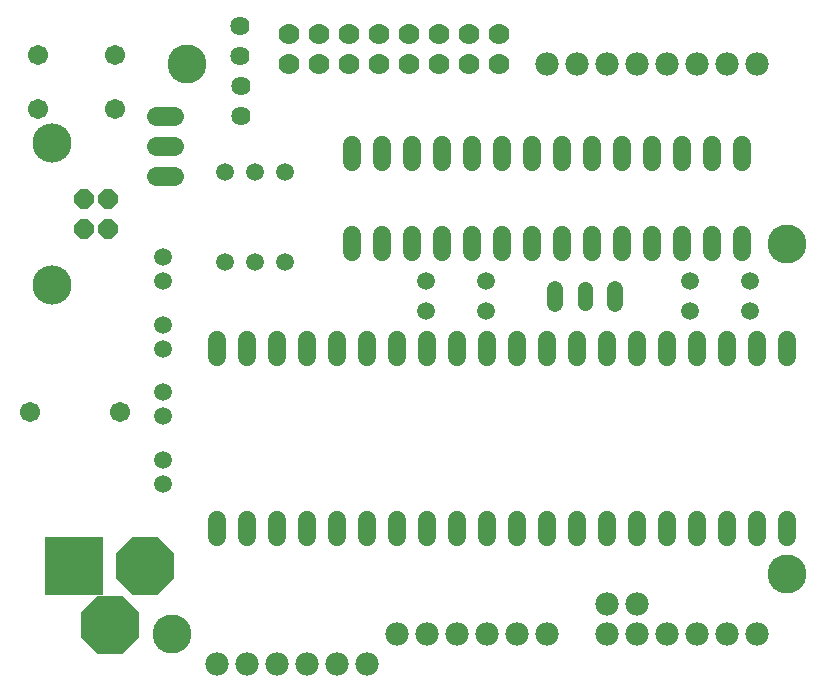
<source format=gbs>
G75*
%MOIN*%
%OFA0B0*%
%FSLAX25Y25*%
%IPPOS*%
%LPD*%
%AMOC8*
5,1,8,0,0,1.08239X$1,22.5*
%
%ADD10C,0.12998*%
%ADD11C,0.06000*%
%ADD12C,0.07800*%
%ADD13C,0.07000*%
%ADD14OC8,0.06540*%
%ADD15C,0.13061*%
%ADD16OC8,0.19400*%
%ADD17R,0.19400X0.19400*%
%ADD18C,0.05950*%
%ADD19C,0.05200*%
%ADD20C,0.05162*%
%ADD21C,0.06400*%
%ADD22C,0.06737*%
%ADD23C,0.06400*%
D10*
X0081461Y0153333D03*
X0286461Y0173333D03*
X0286461Y0283333D03*
X0086461Y0343333D03*
D11*
X0141461Y0316133D02*
X0141461Y0310533D01*
X0151461Y0310533D02*
X0151461Y0316133D01*
X0161461Y0316133D02*
X0161461Y0310533D01*
X0171461Y0310533D02*
X0171461Y0316133D01*
X0181461Y0316133D02*
X0181461Y0310533D01*
X0191461Y0310533D02*
X0191461Y0316133D01*
X0201461Y0316133D02*
X0201461Y0310533D01*
X0211461Y0310533D02*
X0211461Y0316133D01*
X0221461Y0316133D02*
X0221461Y0310533D01*
X0231461Y0310533D02*
X0231461Y0316133D01*
X0241461Y0316133D02*
X0241461Y0310533D01*
X0251461Y0310533D02*
X0251461Y0316133D01*
X0261461Y0316133D02*
X0261461Y0310533D01*
X0271461Y0310533D02*
X0271461Y0316133D01*
X0271461Y0286133D02*
X0271461Y0280533D01*
X0261461Y0280533D02*
X0261461Y0286133D01*
X0251461Y0286133D02*
X0251461Y0280533D01*
X0241461Y0280533D02*
X0241461Y0286133D01*
X0231461Y0286133D02*
X0231461Y0280533D01*
X0221461Y0280533D02*
X0221461Y0286133D01*
X0211461Y0286133D02*
X0211461Y0280533D01*
X0201461Y0280533D02*
X0201461Y0286133D01*
X0191461Y0286133D02*
X0191461Y0280533D01*
X0181461Y0280533D02*
X0181461Y0286133D01*
X0171461Y0286133D02*
X0171461Y0280533D01*
X0161461Y0280533D02*
X0161461Y0286133D01*
X0151461Y0286133D02*
X0151461Y0280533D01*
X0141461Y0280533D02*
X0141461Y0286133D01*
X0146461Y0251133D02*
X0146461Y0245533D01*
X0156461Y0245533D02*
X0156461Y0251133D01*
X0166461Y0251133D02*
X0166461Y0245533D01*
X0176461Y0245533D02*
X0176461Y0251133D01*
X0186461Y0251133D02*
X0186461Y0245533D01*
X0196461Y0245533D02*
X0196461Y0251133D01*
X0206461Y0251133D02*
X0206461Y0245533D01*
X0216461Y0245533D02*
X0216461Y0251133D01*
X0226461Y0251133D02*
X0226461Y0245533D01*
X0236461Y0245533D02*
X0236461Y0251133D01*
X0246461Y0251133D02*
X0246461Y0245533D01*
X0256461Y0245533D02*
X0256461Y0251133D01*
X0266461Y0251133D02*
X0266461Y0245533D01*
X0276461Y0245533D02*
X0276461Y0251133D01*
X0286461Y0251133D02*
X0286461Y0245533D01*
X0286461Y0191133D02*
X0286461Y0185533D01*
X0276461Y0185533D02*
X0276461Y0191133D01*
X0266461Y0191133D02*
X0266461Y0185533D01*
X0256461Y0185533D02*
X0256461Y0191133D01*
X0246461Y0191133D02*
X0246461Y0185533D01*
X0236461Y0185533D02*
X0236461Y0191133D01*
X0226461Y0191133D02*
X0226461Y0185533D01*
X0216461Y0185533D02*
X0216461Y0191133D01*
X0206461Y0191133D02*
X0206461Y0185533D01*
X0196461Y0185533D02*
X0196461Y0191133D01*
X0186461Y0191133D02*
X0186461Y0185533D01*
X0176461Y0185533D02*
X0176461Y0191133D01*
X0166461Y0191133D02*
X0166461Y0185533D01*
X0156461Y0185533D02*
X0156461Y0191133D01*
X0146461Y0191133D02*
X0146461Y0185533D01*
X0136461Y0185533D02*
X0136461Y0191133D01*
X0126461Y0191133D02*
X0126461Y0185533D01*
X0116461Y0185533D02*
X0116461Y0191133D01*
X0106461Y0191133D02*
X0106461Y0185533D01*
X0096461Y0185533D02*
X0096461Y0191133D01*
X0096461Y0245533D02*
X0096461Y0251133D01*
X0106461Y0251133D02*
X0106461Y0245533D01*
X0116461Y0245533D02*
X0116461Y0251133D01*
X0126461Y0251133D02*
X0126461Y0245533D01*
X0136461Y0245533D02*
X0136461Y0251133D01*
D12*
X0096461Y0143333D03*
X0106461Y0143333D03*
X0116461Y0143333D03*
X0126461Y0143333D03*
X0136461Y0143333D03*
X0146461Y0143333D03*
X0156461Y0153333D03*
X0166461Y0153333D03*
X0176461Y0153333D03*
X0186461Y0153333D03*
X0196461Y0153333D03*
X0206461Y0153333D03*
X0226461Y0153333D03*
X0236461Y0153333D03*
X0246461Y0153333D03*
X0256461Y0153333D03*
X0266461Y0153333D03*
X0276461Y0153333D03*
X0236461Y0163333D03*
X0226461Y0163333D03*
X0226461Y0343333D03*
X0236461Y0343333D03*
X0246461Y0343333D03*
X0256461Y0343333D03*
X0266461Y0343333D03*
X0276461Y0343333D03*
X0216461Y0343333D03*
X0206461Y0343333D03*
D13*
X0190461Y0343333D03*
X0180461Y0343333D03*
X0170461Y0343333D03*
X0170461Y0353333D03*
X0180461Y0353333D03*
X0190461Y0353333D03*
X0160461Y0353333D03*
X0150461Y0353333D03*
X0140461Y0353333D03*
X0130461Y0353333D03*
X0130461Y0343333D03*
X0140461Y0343333D03*
X0150461Y0343333D03*
X0160461Y0343333D03*
X0120461Y0343333D03*
X0120461Y0353333D03*
D14*
X0060004Y0298255D03*
X0052130Y0298255D03*
X0052130Y0288412D03*
X0060004Y0288412D03*
D15*
X0041461Y0269711D03*
X0041461Y0316955D03*
D16*
X0072461Y0176033D03*
X0060661Y0156333D03*
D17*
X0048861Y0176033D03*
D18*
X0078461Y0203333D03*
X0078461Y0211333D03*
X0078461Y0225833D03*
X0078461Y0233833D03*
X0078461Y0248333D03*
X0078461Y0256333D03*
X0078461Y0270833D03*
X0078461Y0278833D03*
X0098961Y0277333D03*
X0108961Y0277333D03*
X0118961Y0277333D03*
X0118961Y0307333D03*
X0108961Y0307333D03*
X0098961Y0307333D03*
X0165961Y0270833D03*
X0165961Y0260833D03*
X0185961Y0260833D03*
X0185961Y0270833D03*
X0253961Y0270833D03*
X0253961Y0260833D03*
X0273961Y0260833D03*
X0273961Y0270833D03*
D19*
X0228961Y0268233D02*
X0228961Y0263433D01*
X0208961Y0263433D02*
X0208961Y0268233D01*
D20*
X0218961Y0268214D02*
X0218961Y0263452D01*
D21*
X0104461Y0325833D03*
X0104461Y0335833D03*
X0103961Y0345833D03*
X0103961Y0355833D03*
D22*
X0062261Y0346233D03*
X0062261Y0328433D03*
X0036661Y0328433D03*
X0036661Y0346233D03*
X0033961Y0227333D03*
X0063961Y0227333D03*
D23*
X0075961Y0305833D02*
X0081961Y0305833D01*
X0081961Y0315833D02*
X0075961Y0315833D01*
X0075961Y0325833D02*
X0081961Y0325833D01*
M02*

</source>
